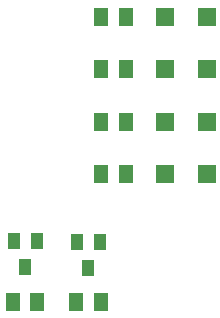
<source format=gbp>
G04 Layer_Color=128*
%FSAX24Y24*%
%MOIN*%
G70*
G01*
G75*
%ADD23R,0.0394X0.0551*%
%ADD24R,0.0492X0.0591*%
%ADD25R,0.0591X0.0591*%
D23*
X-007974Y017283D02*
D03*
X-007226D02*
D03*
X-007600Y016417D02*
D03*
X-005874Y017233D02*
D03*
X-005126D02*
D03*
X-005500Y016367D02*
D03*
D24*
X-004250Y024750D02*
D03*
X-005077D02*
D03*
X-004250Y023000D02*
D03*
X-005077D02*
D03*
X-007196Y015250D02*
D03*
X-008023D02*
D03*
X-005087D02*
D03*
X-005913D02*
D03*
X-004250Y021250D02*
D03*
X-005077D02*
D03*
X-004250Y019500D02*
D03*
X-005077D02*
D03*
D25*
X-002939D02*
D03*
X-001561D02*
D03*
X-002939Y021250D02*
D03*
X-001561D02*
D03*
X-002939Y023000D02*
D03*
X-001561D02*
D03*
X-002939Y024750D02*
D03*
X-001561D02*
D03*
M02*

</source>
